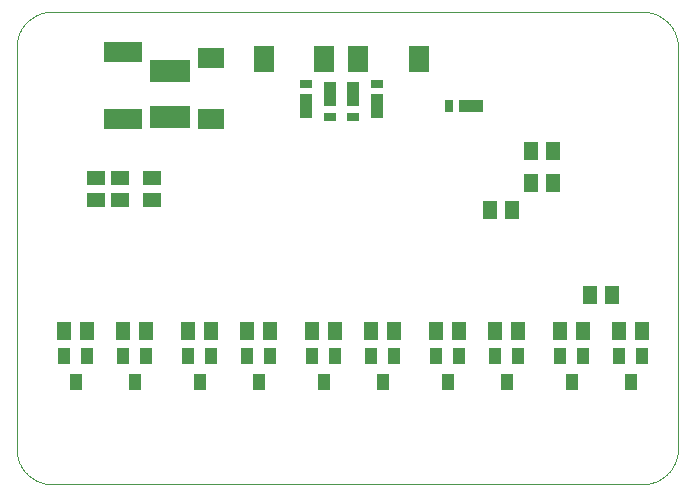
<source format=gbp>
G04 EAGLE Gerber RS-274X export*
G75*
%MOMM*%
%FSLAX35Y35*%
%LPD*%
%INsolder_paste_bottom*%
%IPPOS*%
%AMOC8*
5,1,8,0,0,1.08239X$1,22.5*%
G01*
%ADD10C,0.000000*%
%ADD11R,1.300000X1.500000*%
%ADD12R,1.100000X2.000000*%
%ADD13R,1.100000X0.800000*%
%ADD14R,3.200000X1.800000*%
%ADD15R,3.400000X1.900000*%
%ADD16R,2.200000X1.800000*%
%ADD17R,1.500000X1.300000*%
%ADD18R,2.000000X1.100000*%
%ADD19R,0.800000X1.100000*%
%ADD20R,1.000000X1.400000*%
%ADD21R,1.800000X2.200000*%


D10*
X5600000Y3700000D02*
X5600000Y300000D01*
X5599912Y292751D01*
X5599650Y285506D01*
X5599212Y278270D01*
X5598599Y271046D01*
X5597813Y263839D01*
X5596852Y256653D01*
X5595718Y249493D01*
X5594411Y242362D01*
X5592932Y235265D01*
X5591283Y228205D01*
X5589463Y221188D01*
X5587474Y214216D01*
X5585317Y207295D01*
X5582994Y200428D01*
X5580505Y193619D01*
X5577852Y186872D01*
X5575038Y180191D01*
X5572062Y173580D01*
X5568928Y167043D01*
X5565637Y160583D01*
X5562190Y154205D01*
X5558591Y147912D01*
X5554840Y141708D01*
X5550941Y135596D01*
X5546895Y129581D01*
X5542705Y123664D01*
X5538373Y117851D01*
X5533902Y112144D01*
X5529295Y106547D01*
X5524553Y101063D01*
X5519681Y95695D01*
X5514680Y90447D01*
X5509553Y85320D01*
X5504305Y80319D01*
X5498937Y75447D01*
X5493453Y70705D01*
X5487856Y66098D01*
X5482149Y61627D01*
X5476336Y57295D01*
X5470419Y53105D01*
X5464404Y49059D01*
X5458292Y45160D01*
X5452088Y41409D01*
X5445795Y37810D01*
X5439417Y34363D01*
X5432957Y31072D01*
X5426420Y27938D01*
X5419809Y24962D01*
X5413128Y22148D01*
X5406381Y19495D01*
X5399572Y17006D01*
X5392705Y14683D01*
X5385784Y12526D01*
X5378812Y10537D01*
X5371795Y8717D01*
X5364735Y7068D01*
X5357638Y5589D01*
X5350507Y4282D01*
X5343347Y3148D01*
X5336161Y2187D01*
X5328954Y1401D01*
X5321730Y788D01*
X5314494Y350D01*
X5307249Y88D01*
X5300000Y0D01*
X300000Y0D01*
X292751Y88D01*
X285506Y350D01*
X278270Y788D01*
X271046Y1401D01*
X263839Y2187D01*
X256653Y3148D01*
X249493Y4282D01*
X242362Y5589D01*
X235265Y7068D01*
X228205Y8717D01*
X221188Y10537D01*
X214216Y12526D01*
X207295Y14683D01*
X200428Y17006D01*
X193619Y19495D01*
X186872Y22148D01*
X180191Y24962D01*
X173580Y27938D01*
X167043Y31072D01*
X160583Y34363D01*
X154205Y37810D01*
X147912Y41409D01*
X141708Y45160D01*
X135596Y49059D01*
X129581Y53105D01*
X123664Y57295D01*
X117851Y61627D01*
X112144Y66098D01*
X106547Y70705D01*
X101063Y75447D01*
X95695Y80319D01*
X90447Y85320D01*
X85320Y90447D01*
X80319Y95695D01*
X75447Y101063D01*
X70705Y106547D01*
X66098Y112144D01*
X61627Y117851D01*
X57295Y123664D01*
X53105Y129581D01*
X49059Y135596D01*
X45160Y141708D01*
X41409Y147912D01*
X37810Y154205D01*
X34363Y160583D01*
X31072Y167043D01*
X27938Y173580D01*
X24962Y180191D01*
X22148Y186872D01*
X19495Y193619D01*
X17006Y200428D01*
X14683Y207295D01*
X12526Y214216D01*
X10537Y221188D01*
X8717Y228205D01*
X7068Y235265D01*
X5589Y242362D01*
X4282Y249493D01*
X3148Y256653D01*
X2187Y263839D01*
X1401Y271046D01*
X788Y278270D01*
X350Y285506D01*
X88Y292751D01*
X0Y300000D01*
X0Y3700000D01*
X88Y3707249D01*
X350Y3714494D01*
X788Y3721730D01*
X1401Y3728954D01*
X2187Y3736161D01*
X3148Y3743347D01*
X4282Y3750507D01*
X5589Y3757638D01*
X7068Y3764735D01*
X8717Y3771795D01*
X10537Y3778812D01*
X12526Y3785784D01*
X14683Y3792705D01*
X17006Y3799572D01*
X19495Y3806381D01*
X22148Y3813128D01*
X24962Y3819809D01*
X27938Y3826420D01*
X31072Y3832957D01*
X34363Y3839417D01*
X37810Y3845795D01*
X41409Y3852088D01*
X45160Y3858292D01*
X49059Y3864404D01*
X53105Y3870419D01*
X57295Y3876336D01*
X61627Y3882149D01*
X66098Y3887856D01*
X70705Y3893453D01*
X75447Y3898937D01*
X80319Y3904305D01*
X85320Y3909553D01*
X90447Y3914680D01*
X95695Y3919681D01*
X101063Y3924553D01*
X106547Y3929295D01*
X112144Y3933902D01*
X117851Y3938373D01*
X123664Y3942705D01*
X129581Y3946895D01*
X135596Y3950941D01*
X141708Y3954840D01*
X147912Y3958591D01*
X154205Y3962190D01*
X160583Y3965637D01*
X167043Y3968928D01*
X173580Y3972062D01*
X180191Y3975038D01*
X186872Y3977852D01*
X193619Y3980505D01*
X200428Y3982994D01*
X207295Y3985317D01*
X214216Y3987474D01*
X221188Y3989463D01*
X228205Y3991283D01*
X235265Y3992932D01*
X242362Y3994411D01*
X249493Y3995718D01*
X256653Y3996852D01*
X263839Y3997813D01*
X271046Y3998599D01*
X278270Y3999212D01*
X285506Y3999650D01*
X292751Y3999912D01*
X300000Y4000000D01*
X5300000Y4000000D01*
X5307249Y3999912D01*
X5314494Y3999650D01*
X5321730Y3999212D01*
X5328954Y3998599D01*
X5336161Y3997813D01*
X5343347Y3996852D01*
X5350507Y3995718D01*
X5357638Y3994411D01*
X5364735Y3992932D01*
X5371795Y3991283D01*
X5378812Y3989463D01*
X5385784Y3987474D01*
X5392705Y3985317D01*
X5399572Y3982994D01*
X5406381Y3980505D01*
X5413128Y3977852D01*
X5419809Y3975038D01*
X5426420Y3972062D01*
X5432957Y3968928D01*
X5439417Y3965637D01*
X5445795Y3962190D01*
X5452088Y3958591D01*
X5458292Y3954840D01*
X5464404Y3950941D01*
X5470419Y3946895D01*
X5476336Y3942705D01*
X5482149Y3938373D01*
X5487856Y3933902D01*
X5493453Y3929295D01*
X5498937Y3924553D01*
X5504305Y3919681D01*
X5509553Y3914680D01*
X5514680Y3909553D01*
X5519681Y3904305D01*
X5524553Y3898937D01*
X5529295Y3893453D01*
X5533902Y3887856D01*
X5538373Y3882149D01*
X5542705Y3876336D01*
X5546895Y3870419D01*
X5550941Y3864404D01*
X5554840Y3858292D01*
X5558591Y3852088D01*
X5562190Y3845795D01*
X5565637Y3839417D01*
X5568928Y3832957D01*
X5572062Y3826420D01*
X5575038Y3819809D01*
X5577852Y3813128D01*
X5580505Y3806381D01*
X5582994Y3799572D01*
X5585317Y3792705D01*
X5587474Y3785784D01*
X5589463Y3778812D01*
X5591283Y3771795D01*
X5592932Y3764735D01*
X5594411Y3757638D01*
X5595718Y3750507D01*
X5596852Y3743347D01*
X5597813Y3736161D01*
X5598599Y3728954D01*
X5599212Y3721730D01*
X5599650Y3714494D01*
X5599912Y3707249D01*
X5600000Y3700000D01*
D11*
X4005000Y2325000D03*
X4195000Y2325000D03*
D12*
X3050000Y3200000D03*
D13*
X3050000Y3390000D03*
D12*
X2850000Y3300000D03*
D13*
X2850000Y3110000D03*
D12*
X2450000Y3200000D03*
D13*
X2450000Y3390000D03*
D12*
X2650000Y3300000D03*
D13*
X2650000Y3110000D03*
D14*
X900000Y3655000D03*
X900000Y3095000D03*
D15*
X1300000Y3495000D03*
X1300000Y3105000D03*
D16*
X1650000Y3095000D03*
X1650000Y3605000D03*
D17*
X1150000Y2595000D03*
X1150000Y2405000D03*
X675000Y2405000D03*
X675000Y2595000D03*
X875000Y2405000D03*
X875000Y2595000D03*
D11*
X5045000Y1600000D03*
X4855000Y1600000D03*
X4545000Y2825000D03*
X4355000Y2825000D03*
X4545000Y2550000D03*
X4355000Y2550000D03*
D18*
X3850000Y3200000D03*
D19*
X3660000Y3200000D03*
D20*
X500000Y865000D03*
X595000Y1085000D03*
X405000Y1085000D03*
X1000000Y865000D03*
X1095000Y1085000D03*
X905000Y1085000D03*
D11*
X405000Y1300000D03*
X595000Y1300000D03*
X905000Y1300000D03*
X1095000Y1300000D03*
D20*
X1550000Y865000D03*
X1645000Y1085000D03*
X1455000Y1085000D03*
X2050000Y865000D03*
X2145000Y1085000D03*
X1955000Y1085000D03*
D11*
X1455000Y1300000D03*
X1645000Y1300000D03*
X1955000Y1300000D03*
X2145000Y1300000D03*
D20*
X2600000Y865000D03*
X2695000Y1085000D03*
X2505000Y1085000D03*
X3100000Y865000D03*
X3195000Y1085000D03*
X3005000Y1085000D03*
D11*
X2505000Y1300000D03*
X2695000Y1300000D03*
X3005000Y1300000D03*
X3195000Y1300000D03*
D20*
X3650000Y865000D03*
X3745000Y1085000D03*
X3555000Y1085000D03*
X4150000Y865000D03*
X4245000Y1085000D03*
X4055000Y1085000D03*
D11*
X3555000Y1300000D03*
X3745000Y1300000D03*
X4055000Y1300000D03*
X4245000Y1300000D03*
D20*
X4700000Y865000D03*
X4795000Y1085000D03*
X4605000Y1085000D03*
X5200000Y865000D03*
X5295000Y1085000D03*
X5105000Y1085000D03*
D11*
X4605000Y1300000D03*
X4795000Y1300000D03*
X5105000Y1300000D03*
X5295000Y1300000D03*
D21*
X2605000Y3600000D03*
X2095000Y3600000D03*
X2895000Y3600000D03*
X3405000Y3600000D03*
M02*

</source>
